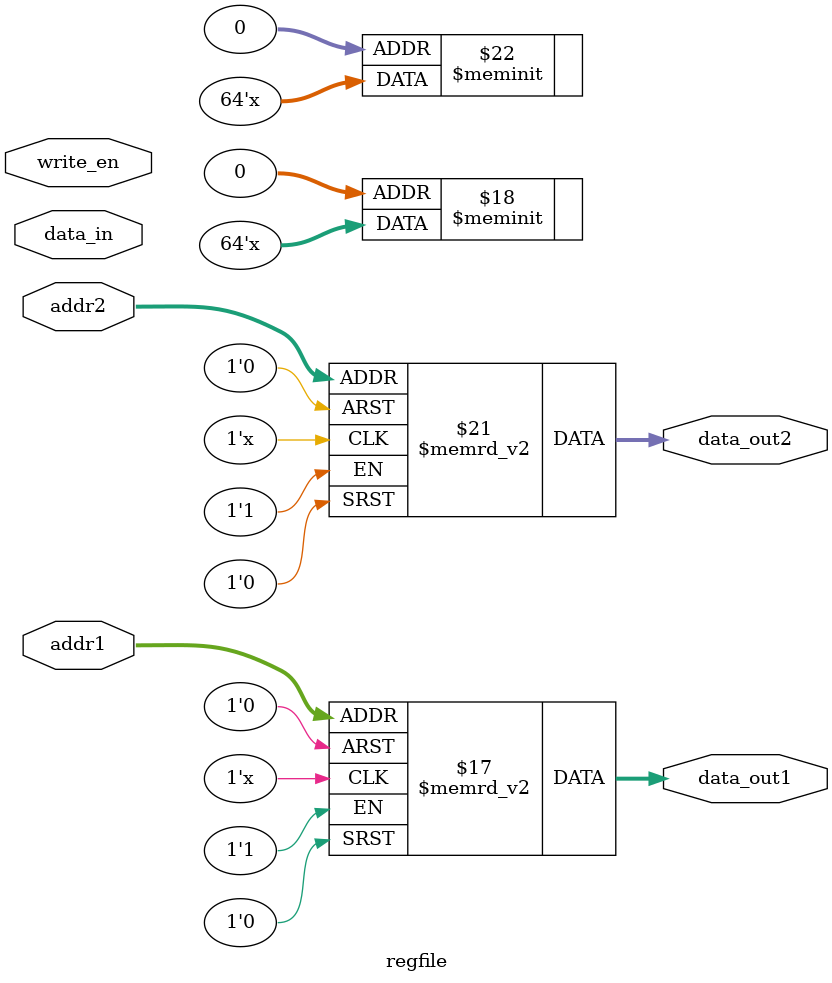
<source format=v>

module regfile(
  input [2:0] addr1,
  input [2:0] addr2,
  input [7:0] data_in,
  output reg [7:0] data_out1,
  output reg [7:0] data_out2,
  input wire write_en
);

  reg [7:0] regs [0:7];
  
  always @(*) begin
    // Read operations
    data_out1 = regs[addr1];
    data_out2 = regs[addr2];
    
    // Write operation
    if (write_en) begin
      regs[addr1] = data_in;
    end
  end
  
endmodule
</source>
